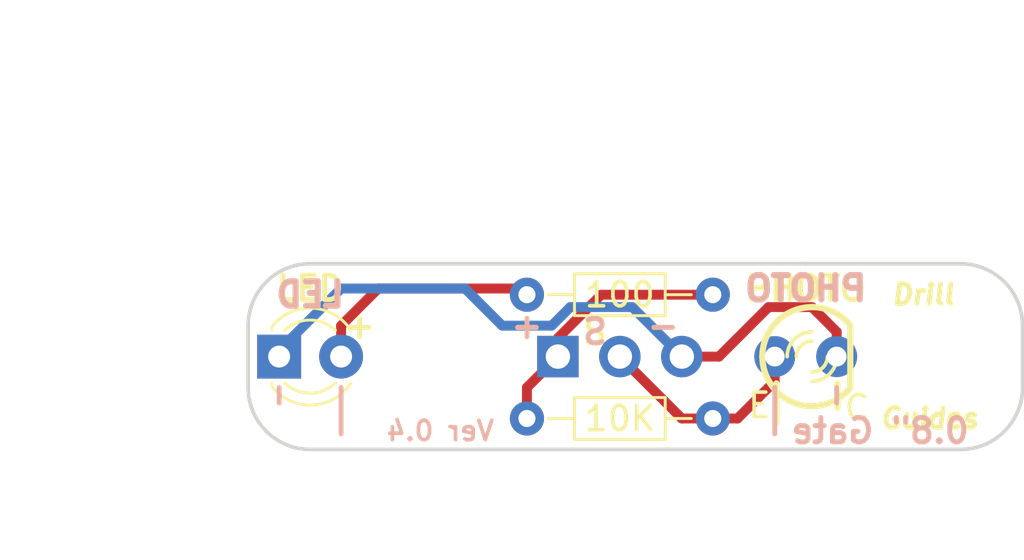
<source format=kicad_pcb>
(kicad_pcb (version 4) (host pcbnew 4.0.6)

  (general
    (links 7)
    (no_connects 0)
    (area 140.894999 102.794999 172.795001 110.565001)
    (thickness 1.6)
    (drawings 33)
    (tracks 27)
    (zones 0)
    (modules 7)
    (nets 5)
  )

  (page A4)
  (layers
    (0 F.Cu signal)
    (31 B.Cu signal)
    (32 B.Adhes user)
    (33 F.Adhes user)
    (34 B.Paste user)
    (35 F.Paste user)
    (36 B.SilkS user)
    (37 F.SilkS user)
    (38 B.Mask user)
    (39 F.Mask user)
    (40 Dwgs.User user)
    (41 Cmts.User user)
    (42 Eco1.User user)
    (43 Eco2.User user)
    (44 Edge.Cuts user)
    (45 Margin user)
    (46 B.CrtYd user)
    (47 F.CrtYd user)
    (48 B.Fab user)
    (49 F.Fab user)
  )

  (setup
    (last_trace_width 0.4064)
    (user_trace_width 0.4064)
    (trace_clearance 0.2)
    (zone_clearance 0.508)
    (zone_45_only no)
    (trace_min 0.2)
    (segment_width 0.2)
    (edge_width 0.15)
    (via_size 0.6)
    (via_drill 0.4)
    (via_min_size 0.4)
    (via_min_drill 0.3)
    (uvia_size 0.3)
    (uvia_drill 0.1)
    (uvias_allowed no)
    (uvia_min_size 0.2)
    (uvia_min_drill 0.1)
    (pcb_text_width 0.3)
    (pcb_text_size 1.5 1.5)
    (mod_edge_width 0.15)
    (mod_text_size 1 1)
    (mod_text_width 0.15)
    (pad_size 1.4 1.4)
    (pad_drill 0.7)
    (pad_to_mask_clearance 0)
    (aux_axis_origin 0 0)
    (visible_elements 7FFFFFFF)
    (pcbplotparams
      (layerselection 0x00030_80000001)
      (usegerberextensions false)
      (excludeedgelayer true)
      (linewidth 0.100000)
      (plotframeref false)
      (viasonmask false)
      (mode 1)
      (useauxorigin false)
      (hpglpennumber 1)
      (hpglpenspeed 20)
      (hpglpendiameter 15)
      (hpglpenoverlay 2)
      (psnegative false)
      (psa4output false)
      (plotreference true)
      (plotvalue true)
      (plotinvisibletext false)
      (padsonsilk false)
      (subtractmaskfromsilk false)
      (outputformat 1)
      (mirror false)
      (drillshape 1)
      (scaleselection 1)
      (outputdirectory ""))
  )

  (net 0 "")
  (net 1 "Net-(J1-Pad1)")
  (net 2 "Net-(D1-Pad1)")
  (net 3 "Net-(D1-Pad2)")
  (net 4 "Net-(J1-Pad2)")

  (net_class Default "This is the default net class."
    (clearance 0.2)
    (trace_width 0.25)
    (via_dia 0.6)
    (via_drill 0.4)
    (uvia_dia 0.3)
    (uvia_drill 0.1)
    (add_net "Net-(D1-Pad1)")
    (add_net "Net-(D1-Pad2)")
    (add_net "Net-(J1-Pad1)")
    (add_net "Net-(J1-Pad2)")
  )

  (module Pin_Headers:Pin_Header_Straight_1x03_Pitch2.54mm (layer F.Cu) (tedit 5CB7AD84) (tstamp 5CB7AC6F)
    (at 153.67 106.68 90)
    (descr "Through hole straight pin header, 1x03, 2.54mm pitch, single row")
    (tags "Through hole pin header THT 1x03 2.54mm single row")
    (path /5CB7AB62)
    (fp_text reference J1 (at 0 -2.33 90) (layer F.SilkS) hide
      (effects (font (size 1 1) (thickness 0.15)))
    )
    (fp_text value CONN_01X03 (at 0 7.41 90) (layer F.Fab)
      (effects (font (size 1 1) (thickness 0.15)))
    )
    (fp_line (start -0.635 -1.27) (end 1.27 -1.27) (layer F.Fab) (width 0.1))
    (fp_line (start 1.27 -1.27) (end 1.27 6.35) (layer F.Fab) (width 0.1))
    (fp_line (start 1.27 6.35) (end -1.27 6.35) (layer F.Fab) (width 0.1))
    (fp_line (start -1.27 6.35) (end -1.27 -0.635) (layer F.Fab) (width 0.1))
    (fp_line (start -1.27 -0.635) (end -0.635 -1.27) (layer F.Fab) (width 0.1))
    (fp_line (start -1.8 -1.8) (end -1.8 6.85) (layer F.CrtYd) (width 0.05))
    (fp_line (start -1.8 6.85) (end 1.8 6.85) (layer F.CrtYd) (width 0.05))
    (fp_line (start 1.8 6.85) (end 1.8 -1.8) (layer F.CrtYd) (width 0.05))
    (fp_line (start 1.8 -1.8) (end -1.8 -1.8) (layer F.CrtYd) (width 0.05))
    (fp_text user %R (at 0 2.54 180) (layer F.Fab)
      (effects (font (size 1 1) (thickness 0.15)))
    )
    (pad 1 thru_hole rect (at 0 0 90) (size 1.7 1.7) (drill 1) (layers *.Cu *.Mask)
      (net 1 "Net-(J1-Pad1)"))
    (pad 2 thru_hole oval (at 0 2.54 90) (size 1.7 1.7) (drill 1) (layers *.Cu *.Mask)
      (net 4 "Net-(J1-Pad2)"))
    (pad 3 thru_hole oval (at 0 5.08 90) (size 1.7 1.7) (drill 1) (layers *.Cu *.Mask)
      (net 2 "Net-(D1-Pad1)"))
    (model ${KISYS3DMOD}/Pin_Headers.3dshapes/Pin_Header_Straight_1x03_Pitch2.54mm.wrl
      (at (xyz 0 0 0))
      (scale (xyz 1 1 1))
      (rotate (xyz 0 0 0))
    )
  )

  (module LEDs:LED_D3.0mm (layer F.Cu) (tedit 5CB7AD38) (tstamp 5CB6169C)
    (at 142.24 106.68)
    (descr "LED, diameter 3.0mm, 2 pins")
    (tags "LED diameter 3.0mm 2 pins")
    (path /5CB6137B)
    (fp_text reference D1 (at 1.27 -2.96) (layer F.SilkS) hide
      (effects (font (size 1 1) (thickness 0.15)))
    )
    (fp_text value IR (at 1.27 2.96) (layer F.Fab)
      (effects (font (size 1 1) (thickness 0.15)))
    )
    (fp_arc (start 1.27 0) (end -0.23 -1.16619) (angle 284.3) (layer F.Fab) (width 0.1))
    (fp_arc (start 1.27 0) (end -0.29 -1.235516) (angle 108.8) (layer F.SilkS) (width 0.12))
    (fp_arc (start 1.27 0) (end -0.29 1.235516) (angle -108.8) (layer F.SilkS) (width 0.12))
    (fp_arc (start 1.27 0) (end 0.229039 -1.08) (angle 87.9) (layer F.SilkS) (width 0.12))
    (fp_arc (start 1.27 0) (end 0.229039 1.08) (angle -87.9) (layer F.SilkS) (width 0.12))
    (fp_circle (center 1.27 0) (end 2.77 0) (layer F.Fab) (width 0.1))
    (fp_line (start -0.23 -1.16619) (end -0.23 1.16619) (layer F.Fab) (width 0.1))
    (fp_line (start -0.29 -1.236) (end -0.29 -1.08) (layer F.SilkS) (width 0.12))
    (fp_line (start -0.29 1.08) (end -0.29 1.236) (layer F.SilkS) (width 0.12))
    (fp_line (start -1.15 -2.25) (end -1.15 2.25) (layer F.CrtYd) (width 0.05))
    (fp_line (start -1.15 2.25) (end 3.7 2.25) (layer F.CrtYd) (width 0.05))
    (fp_line (start 3.7 2.25) (end 3.7 -2.25) (layer F.CrtYd) (width 0.05))
    (fp_line (start 3.7 -2.25) (end -1.15 -2.25) (layer F.CrtYd) (width 0.05))
    (pad 1 thru_hole rect (at 0 0) (size 1.8 1.8) (drill 0.9) (layers *.Cu B.Mask)
      (net 2 "Net-(D1-Pad1)"))
    (pad 2 thru_hole circle (at 2.54 0) (size 1.8 1.8) (drill 0.9) (layers *.Cu B.Mask)
      (net 3 "Net-(D1-Pad2)"))
    (model ${KISYS3DMOD}/LEDs.3dshapes/LED_D3.0mm.wrl
      (at (xyz 0 0 0))
      (scale (xyz 0.393701 0.393701 0.393701))
      (rotate (xyz 0 0 0))
    )
  )

  (module Wire_Pads:SolderWirePad_single_2mmDrill (layer F.Cu) (tedit 5CB61A84) (tstamp 5CB617AF)
    (at 168.91 106.68)
    (fp_text reference REF** (at 0 0) (layer F.SilkS) hide
      (effects (font (size 1 1) (thickness 0.15)))
    )
    (fp_text value Guide (at 0 2.54) (layer F.Fab)
      (effects (font (size 1 1) (thickness 0.15)))
    )
    (pad "" np_thru_hole circle (at 0 0) (size 3.96875 3.96875) (drill 3.96875) (layers *.Cu *.Mask))
  )

  (module Wire_Pads:SolderWirePad_single_2mmDrill (layer F.Cu) (tedit 5CB61A7C) (tstamp 5CB61769)
    (at 148.59 106.68)
    (fp_text reference REF** (at 0 0) (layer F.SilkS) hide
      (effects (font (size 1 1) (thickness 0.15)))
    )
    (fp_text value Guide (at 0 2.54) (layer F.Fab)
      (effects (font (size 1 1) (thickness 0.15)))
    )
    (pad "" np_thru_hole circle (at 0 0) (size 3.96875 3.96875) (drill 3.96875) (layers *.Cu *.Mask))
  )

  (module Resistors_THT:R_Axial_DIN0204_L3.6mm_D1.6mm_P7.62mm_Horizontal (layer F.Cu) (tedit 5CB7AF0E) (tstamp 5CB615F3)
    (at 160.02 109.22 180)
    (descr "Resistor, Axial_DIN0204 series, Axial, Horizontal, pin pitch=7.62mm, 0.16666666666666666W = 1/6W, length*diameter=3.6*1.6mm^2, http://cdn-reichelt.de/documents/datenblatt/B400/1_4W%23YAG.pdf")
    (tags "Resistor Axial_DIN0204 series Axial Horizontal pin pitch 7.62mm 0.16666666666666666W = 1/6W length 3.6mm diameter 1.6mm")
    (path /5CA651C8)
    (fp_text reference R2 (at 3.81 0 180) (layer F.SilkS) hide
      (effects (font (size 1 1) (thickness 0.15)))
    )
    (fp_text value 10K (at 3.81 0 180) (layer F.SilkS)
      (effects (font (size 1 1) (thickness 0.15)))
    )
    (fp_line (start 2.01 -0.8) (end 2.01 0.8) (layer F.Fab) (width 0.1))
    (fp_line (start 2.01 0.8) (end 5.61 0.8) (layer F.Fab) (width 0.1))
    (fp_line (start 5.61 0.8) (end 5.61 -0.8) (layer F.Fab) (width 0.1))
    (fp_line (start 5.61 -0.8) (end 2.01 -0.8) (layer F.Fab) (width 0.1))
    (fp_line (start 0 0) (end 2.01 0) (layer F.Fab) (width 0.1))
    (fp_line (start 7.62 0) (end 5.61 0) (layer F.Fab) (width 0.1))
    (fp_line (start 1.95 -0.86) (end 1.95 0.86) (layer F.SilkS) (width 0.12))
    (fp_line (start 1.95 0.86) (end 5.67 0.86) (layer F.SilkS) (width 0.12))
    (fp_line (start 5.67 0.86) (end 5.67 -0.86) (layer F.SilkS) (width 0.12))
    (fp_line (start 5.67 -0.86) (end 1.95 -0.86) (layer F.SilkS) (width 0.12))
    (fp_line (start 0.88 0) (end 1.95 0) (layer F.SilkS) (width 0.12))
    (fp_line (start 6.74 0) (end 5.67 0) (layer F.SilkS) (width 0.12))
    (fp_line (start -0.95 -1.15) (end -0.95 1.15) (layer F.CrtYd) (width 0.05))
    (fp_line (start -0.95 1.15) (end 8.6 1.15) (layer F.CrtYd) (width 0.05))
    (fp_line (start 8.6 1.15) (end 8.6 -1.15) (layer F.CrtYd) (width 0.05))
    (fp_line (start 8.6 -1.15) (end -0.95 -1.15) (layer F.CrtYd) (width 0.05))
    (pad 1 thru_hole circle (at 0 0 180) (size 1.4 1.4) (drill 0.7) (layers *.Cu *.Mask)
      (net 4 "Net-(J1-Pad2)"))
    (pad 2 thru_hole oval (at 7.62 0 180) (size 1.4 1.4) (drill 0.7) (layers *.Cu *.Mask)
      (net 1 "Net-(J1-Pad1)"))
    (model ${KISYS3DMOD}/Resistors_THT.3dshapes/R_Axial_DIN0204_L3.6mm_D1.6mm_P7.62mm_Horizontal.wrl
      (at (xyz 0 0 0))
      (scale (xyz 0.393701 0.393701 0.393701))
      (rotate (xyz 0 0 0))
    )
  )

  (module Resistors_THT:R_Axial_DIN0204_L3.6mm_D1.6mm_P7.62mm_Horizontal (layer F.Cu) (tedit 5CB7AF07) (tstamp 5CB61609)
    (at 152.4 104.14)
    (descr "Resistor, Axial_DIN0204 series, Axial, Horizontal, pin pitch=7.62mm, 0.16666666666666666W = 1/6W, length*diameter=3.6*1.6mm^2, http://cdn-reichelt.de/documents/datenblatt/B400/1_4W%23YAG.pdf")
    (tags "Resistor Axial_DIN0204 series Axial Horizontal pin pitch 7.62mm 0.16666666666666666W = 1/6W length 3.6mm diameter 1.6mm")
    (path /5CAD1538)
    (fp_text reference R1 (at 3.81 0) (layer F.SilkS) hide
      (effects (font (size 1 1) (thickness 0.15)))
    )
    (fp_text value 100 (at 3.81 0) (layer F.SilkS)
      (effects (font (size 1 1) (thickness 0.15)))
    )
    (fp_line (start 2.01 -0.8) (end 2.01 0.8) (layer F.Fab) (width 0.1))
    (fp_line (start 2.01 0.8) (end 5.61 0.8) (layer F.Fab) (width 0.1))
    (fp_line (start 5.61 0.8) (end 5.61 -0.8) (layer F.Fab) (width 0.1))
    (fp_line (start 5.61 -0.8) (end 2.01 -0.8) (layer F.Fab) (width 0.1))
    (fp_line (start 0 0) (end 2.01 0) (layer F.Fab) (width 0.1))
    (fp_line (start 7.62 0) (end 5.61 0) (layer F.Fab) (width 0.1))
    (fp_line (start 1.95 -0.86) (end 1.95 0.86) (layer F.SilkS) (width 0.12))
    (fp_line (start 1.95 0.86) (end 5.67 0.86) (layer F.SilkS) (width 0.12))
    (fp_line (start 5.67 0.86) (end 5.67 -0.86) (layer F.SilkS) (width 0.12))
    (fp_line (start 5.67 -0.86) (end 1.95 -0.86) (layer F.SilkS) (width 0.12))
    (fp_line (start 0.88 0) (end 1.95 0) (layer F.SilkS) (width 0.12))
    (fp_line (start 6.74 0) (end 5.67 0) (layer F.SilkS) (width 0.12))
    (fp_line (start -0.95 -1.15) (end -0.95 1.15) (layer F.CrtYd) (width 0.05))
    (fp_line (start -0.95 1.15) (end 8.6 1.15) (layer F.CrtYd) (width 0.05))
    (fp_line (start 8.6 1.15) (end 8.6 -1.15) (layer F.CrtYd) (width 0.05))
    (fp_line (start 8.6 -1.15) (end -0.95 -1.15) (layer F.CrtYd) (width 0.05))
    (pad 1 thru_hole circle (at 0 0) (size 1.4 1.4) (drill 0.7) (layers *.Cu *.Mask)
      (net 3 "Net-(D1-Pad2)"))
    (pad 2 thru_hole oval (at 7.62 0) (size 1.4 1.4) (drill 0.7) (layers *.Cu *.Mask)
      (net 1 "Net-(J1-Pad1)"))
    (model ${KISYS3DMOD}/Resistors_THT.3dshapes/R_Axial_DIN0204_L3.6mm_D1.6mm_P7.62mm_Horizontal.wrl
      (at (xyz 0 0 0))
      (scale (xyz 0.393701 0.393701 0.393701))
      (rotate (xyz 0 0 0))
    )
  )

  (module footprints:PHOTOTRANS (layer F.Cu) (tedit 5CB7AE30) (tstamp 5CB7AC85)
    (at 163.83 106.68)
    (descr LTR-4206)
    (tags "PHOTOTRANS NPN")
    (path /5CB7ACE2)
    (fp_text reference Q1 (at 0 2.54 180) (layer F.SilkS) hide
      (effects (font (size 0.762 0.762) (thickness 0.0889)))
    )
    (fp_text value Q_Photo_NPN (at 0.35921 0.35921 90) (layer F.SilkS) hide
      (effects (font (size 0.508 0.508) (thickness 0.127)))
    )
    (fp_line (start -1.2 2.4) (end -1.2 2.7) (layer F.SilkS) (width 0.254))
    (fp_line (start -1.2 1.1) (end -1.2 2.4) (layer F.SilkS) (width 0.254))
    (fp_line (start 1.3 1.1) (end 1.3 2.1) (layer F.SilkS) (width 0.254))
    (fp_text user E (at -1.9 2) (layer F.SilkS)
      (effects (font (size 1 1) (thickness 0.15)))
    )
    (fp_text user C (at 2.1 2.1) (layer F.SilkS)
      (effects (font (size 1 1) (thickness 0.15)))
    )
    (fp_line (start 1.8288 1.27) (end 1.8288 -1.27) (layer F.SilkS) (width 0.254))
    (fp_arc (start 0.254 0) (end -0.381 0) (angle 90) (layer F.SilkS) (width 0.1524))
    (fp_arc (start 0.254 0) (end -0.762 0) (angle 90) (layer F.SilkS) (width 0.1524))
    (fp_arc (start 0.254 0) (end 0.889 0) (angle 90) (layer F.SilkS) (width 0.1524))
    (fp_arc (start 0.254 0) (end 1.27 0) (angle 90) (layer F.SilkS) (width 0.1524))
    (fp_arc (start 0.254 0) (end 0.254 -2.032) (angle 50.1) (layer F.SilkS) (width 0.254))
    (fp_arc (start 0.254 0) (end -1.5367 -0.95504) (angle 61.9) (layer F.SilkS) (width 0.254))
    (fp_arc (start 0.254 0) (end 1.8034 1.31064) (angle 49.7) (layer F.SilkS) (width 0.254))
    (fp_arc (start 0.254 0) (end 0.254 2.032) (angle 60.2) (layer F.SilkS) (width 0.254))
    (fp_arc (start 0.254 0) (end -1.778 0) (angle 28.3) (layer F.SilkS) (width 0.254))
    (fp_arc (start 0.254 0) (end -1.47574 1.06426) (angle 31.6) (layer F.SilkS) (width 0.254))
    (pad 1 thru_hole circle (at -1.27 0) (size 1.6764 1.6764) (drill 0.8128) (layers *.Cu B.Mask)
      (net 4 "Net-(J1-Pad2)"))
    (pad 2 thru_hole circle (at 1.27 0 45) (size 1.6764 1.6764) (drill 0.8128) (layers *.Cu B.Mask)
      (net 2 "Net-(D1-Pad1)"))
    (model discret/leds/led3_vertical_verde.wrl
      (at (xyz 0 0 0))
      (scale (xyz 1 1 1))
      (rotate (xyz 0 0 0))
    )
  )

  (gr_text "0.8\" Gate" (at 166.878 109.728) (layer B.SilkS)
    (effects (font (size 1 1) (thickness 0.2)) (justify mirror))
  )
  (gr_text - (at 157.988 105.41) (layer B.SilkS)
    (effects (font (size 1 1) (thickness 0.2)) (justify mirror))
  )
  (gr_text S (at 155.194 105.664) (layer B.SilkS)
    (effects (font (size 1 1) (thickness 0.2)) (justify mirror))
  )
  (gr_text + (at 152.4 105.41) (layer B.SilkS)
    (effects (font (size 1 1) (thickness 0.2)) (justify mirror))
  )
  (gr_text - (at 157.988 105.41) (layer F.SilkS)
    (effects (font (size 1 1) (thickness 0.2)))
  )
  (gr_text S (at 155.194 105.664) (layer F.SilkS)
    (effects (font (size 1 1) (thickness 0.2)))
  )
  (gr_text + (at 152.4 105.41) (layer F.SilkS)
    (effects (font (size 1 1) (thickness 0.2)))
  )
  (gr_text "Ver 0.4" (at 148.844 109.728) (layer B.SilkS)
    (effects (font (size 0.8 0.8) (thickness 0.15)) (justify mirror))
  )
  (dimension 20.32 (width 0.3) (layer Dwgs.User)
    (gr_text "20.320 mm" (at 158.75 115.65) (layer Dwgs.User)
      (effects (font (size 1.5 1.5) (thickness 0.3)))
    )
    (feature1 (pts (xy 168.91 106.68) (xy 168.91 117)))
    (feature2 (pts (xy 148.59 106.68) (xy 148.59 117)))
    (crossbar (pts (xy 148.59 114.3) (xy 168.91 114.3)))
    (arrow1a (pts (xy 168.91 114.3) (xy 167.783496 114.886421)))
    (arrow1b (pts (xy 168.91 114.3) (xy 167.783496 113.713579)))
    (arrow2a (pts (xy 148.59 114.3) (xy 149.716504 114.886421)))
    (arrow2b (pts (xy 148.59 114.3) (xy 149.716504 113.713579)))
  )
  (dimension 20.32 (width 0.3) (layer Dwgs.User)
    (gr_text "20.320 mm" (at 153.67 97.71) (layer Dwgs.User)
      (effects (font (size 1.5 1.5) (thickness 0.3)))
    )
    (feature1 (pts (xy 163.83 106.68) (xy 163.83 96.36)))
    (feature2 (pts (xy 143.51 106.68) (xy 143.51 96.36)))
    (crossbar (pts (xy 143.51 99.06) (xy 163.83 99.06)))
    (arrow1a (pts (xy 163.83 99.06) (xy 162.703496 99.646421)))
    (arrow1b (pts (xy 163.83 99.06) (xy 162.703496 98.473579)))
    (arrow2a (pts (xy 143.51 99.06) (xy 144.636504 99.646421)))
    (arrow2b (pts (xy 143.51 99.06) (xy 144.636504 98.473579)))
  )
  (gr_text + (at 145.542 105.41) (layer F.SilkS)
    (effects (font (size 1 1) (thickness 0.2)))
  )
  (gr_text PHOTO (at 163.83 103.886) (layer F.SilkS)
    (effects (font (size 1 1) (thickness 0.2)))
  )
  (gr_text LED (at 143.51 103.886) (layer F.SilkS)
    (effects (font (size 1 1) (thickness 0.2)))
  )
  (gr_line (start 144.78 107.95) (end 144.78 109.855) (angle 90) (layer B.SilkS) (width 0.2))
  (gr_line (start 142.24 107.95) (end 142.24 108.585) (angle 90) (layer B.SilkS) (width 0.2))
  (gr_text LED (at 143.51 104.14) (layer B.SilkS)
    (effects (font (size 1 1) (thickness 0.25)) (justify mirror))
  )
  (gr_text Guides (at 168.91 109.22) (layer F.SilkS)
    (effects (font (size 0.8 0.8) (thickness 0.2) italic))
  )
  (gr_text Drill (at 168.656 104.14) (layer F.SilkS)
    (effects (font (size 0.8 0.8) (thickness 0.2) italic))
  )
  (dimension 7.62 (width 0.3) (layer Dwgs.User)
    (gr_text "0.30 in" (at 134.62 106.68 90) (layer Dwgs.User)
      (effects (font (size 1.5 1.5) (thickness 0.3)))
    )
    (feature1 (pts (xy 142.24 102.87) (xy 135.73 102.87)))
    (feature2 (pts (xy 142.24 110.49) (xy 135.73 110.49)))
    (crossbar (pts (xy 138.43 110.49) (xy 138.43 102.87)))
    (arrow1a (pts (xy 138.43 102.87) (xy 139.016421 103.996504)))
    (arrow1b (pts (xy 138.43 102.87) (xy 137.843579 103.996504)))
    (arrow2a (pts (xy 138.43 110.49) (xy 139.016421 109.363496)))
    (arrow2b (pts (xy 138.43 110.49) (xy 137.843579 109.363496)))
  )
  (gr_line (start 165.1 107.95) (end 165.1 108.585) (angle 90) (layer B.SilkS) (width 0.2))
  (gr_line (start 162.56 107.95) (end 162.56 109.855) (angle 90) (layer B.SilkS) (width 0.2))
  (gr_text PHOTO (at 163.83 103.886) (layer B.SilkS)
    (effects (font (size 1 1) (thickness 0.25)) (justify mirror))
  )
  (gr_line (start 163.83 110.49) (end 170.18 110.49) (angle 90) (layer Edge.Cuts) (width 0.15))
  (gr_line (start 163.83 102.87) (end 170.18 102.87) (angle 90) (layer Edge.Cuts) (width 0.15))
  (dimension 20.32 (width 0.3) (layer Dwgs.User)
    (gr_text "0.8000 in" (at 153.67 93.9) (layer Dwgs.User)
      (effects (font (size 1.5 1.5) (thickness 0.3)))
    )
    (feature1 (pts (xy 163.83 106.68) (xy 163.83 92.55)))
    (feature2 (pts (xy 143.51 106.68) (xy 143.51 92.55)))
    (crossbar (pts (xy 143.51 95.25) (xy 163.83 95.25)))
    (arrow1a (pts (xy 163.83 95.25) (xy 162.703496 95.836421)))
    (arrow1b (pts (xy 163.83 95.25) (xy 162.703496 94.663579)))
    (arrow2a (pts (xy 143.51 95.25) (xy 144.636504 95.836421)))
    (arrow2b (pts (xy 143.51 95.25) (xy 144.636504 94.663579)))
  )
  (gr_line (start 140.97 105.41) (end 140.97 107.95) (angle 90) (layer Edge.Cuts) (width 0.15))
  (gr_line (start 172.72 105.41) (end 172.72 107.95) (angle 90) (layer Edge.Cuts) (width 0.15))
  (gr_line (start 143.51 102.87) (end 163.83 102.87) (angle 90) (layer Edge.Cuts) (width 0.15))
  (gr_line (start 143.51 110.49) (end 163.83 110.49) (angle 90) (layer Edge.Cuts) (width 0.15))
  (gr_arc (start 143.51 105.41) (end 140.97 105.41) (angle 90) (layer Edge.Cuts) (width 0.15))
  (gr_arc (start 143.51 107.95) (end 143.51 110.49) (angle 90) (layer Edge.Cuts) (width 0.15))
  (gr_arc (start 170.18 107.95) (end 172.72 107.95) (angle 90) (layer Edge.Cuts) (width 0.15))
  (gr_arc (start 170.18 105.41) (end 170.18 102.87) (angle 90) (layer Edge.Cuts) (width 0.15))

  (segment (start 152.4 109.22) (end 152.4 107.95) (width 0.4064) (layer F.Cu) (net 1))
  (segment (start 152.4 107.95) (end 153.67 106.68) (width 0.4064) (layer F.Cu) (net 1) (tstamp 5CB7AD78))
  (segment (start 153.67 106.68) (end 153.67 105.918) (width 0.4064) (layer F.Cu) (net 1))
  (segment (start 153.67 105.918) (end 155.448 104.14) (width 0.4064) (layer F.Cu) (net 1) (tstamp 5CB7AD73))
  (segment (start 155.448 104.14) (end 160.02 104.14) (width 0.4064) (layer F.Cu) (net 1) (tstamp 5CB7AD74))
  (segment (start 142.24 106.68) (end 142.24 106.426) (width 0.4064) (layer B.Cu) (net 2))
  (segment (start 142.24 106.426) (end 144.78 103.886) (width 0.4064) (layer B.Cu) (net 2) (tstamp 5CB7AD88))
  (segment (start 144.78 103.886) (end 149.86 103.886) (width 0.4064) (layer B.Cu) (net 2) (tstamp 5CB7AD89))
  (segment (start 149.86 103.886) (end 151.384 105.41) (width 0.4064) (layer B.Cu) (net 2) (tstamp 5CB7AD8B))
  (segment (start 151.384 105.41) (end 153.416 105.41) (width 0.4064) (layer B.Cu) (net 2) (tstamp 5CB7AD8C))
  (segment (start 153.416 105.41) (end 154.178 104.648) (width 0.4064) (layer B.Cu) (net 2) (tstamp 5CB7AD8D))
  (segment (start 154.178 104.648) (end 156.718 104.648) (width 0.4064) (layer B.Cu) (net 2) (tstamp 5CB7AD8E))
  (segment (start 156.718 104.648) (end 158.75 106.68) (width 0.4064) (layer B.Cu) (net 2) (tstamp 5CB7AD8F))
  (segment (start 158.75 106.68) (end 160.274 106.68) (width 0.4064) (layer F.Cu) (net 2))
  (segment (start 165.1 105.664) (end 165.1 106.68) (width 0.4064) (layer F.Cu) (net 2) (tstamp 5CB7AD85))
  (segment (start 164.084 104.648) (end 165.1 105.664) (width 0.4064) (layer F.Cu) (net 2) (tstamp 5CB7AD84))
  (segment (start 162.306 104.648) (end 164.084 104.648) (width 0.4064) (layer F.Cu) (net 2) (tstamp 5CB7AD83))
  (segment (start 160.274 106.68) (end 162.306 104.648) (width 0.4064) (layer F.Cu) (net 2) (tstamp 5CB7AD82))
  (segment (start 144.78 106.68) (end 144.78 105.41) (width 0.4064) (layer F.Cu) (net 3))
  (segment (start 146.304 103.886) (end 152.146 103.886) (width 0.4064) (layer F.Cu) (net 3) (tstamp 5CB7AD6F))
  (segment (start 144.78 105.41) (end 146.304 103.886) (width 0.4064) (layer F.Cu) (net 3) (tstamp 5CB7AD6E))
  (segment (start 152.146 103.886) (end 152.4 104.14) (width 0.4064) (layer F.Cu) (net 3) (tstamp 5CB7AD70))
  (segment (start 160.02 109.22) (end 161.036 109.22) (width 0.4064) (layer F.Cu) (net 4))
  (segment (start 162.56 107.696) (end 162.56 106.68) (width 0.4064) (layer F.Cu) (net 4) (tstamp 5CB7AD7F))
  (segment (start 161.036 109.22) (end 162.56 107.696) (width 0.4064) (layer F.Cu) (net 4) (tstamp 5CB7AD7E))
  (segment (start 160.02 109.22) (end 158.75 109.22) (width 0.4064) (layer F.Cu) (net 4))
  (segment (start 158.75 109.22) (end 156.21 106.68) (width 0.4064) (layer F.Cu) (net 4) (tstamp 5CB7AD7B))

)

</source>
